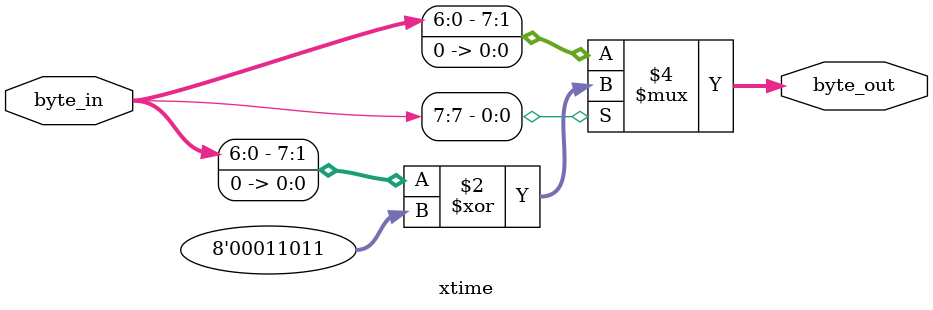
<source format=v>
/* 	
 * 	The xtime operation multiplies a polynomial in GF(2^8), which is represented by a byte m, with the monomial p(x) = x
 *	The monomial p(x) = x is represented as 0x02, so this operation essentially multiplies the byte m with 0x02
 *	xtime(m) = (0x02*m) mod (0x1b) where * is the galois field multiplication and 0x1b the irreducible polynomial of the AES 
 *	This is required for the MixColumns AES operation, see NIST.FIPS.197 for more details
 */	

module xtime(byte_in, byte_out);
	
	input [7:0] byte_in;
	output [7:0] byte_out;
	reg [7:0] byte_out;

	always @(*) begin
		if (byte_in[7]) begin
			byte_out <= {byte_in[6:0], 1'b0} ^ 8'h1b;
		end else begin
			byte_out <= {byte_in[6:0], 1'b0};
		end
	end
endmodule



</source>
